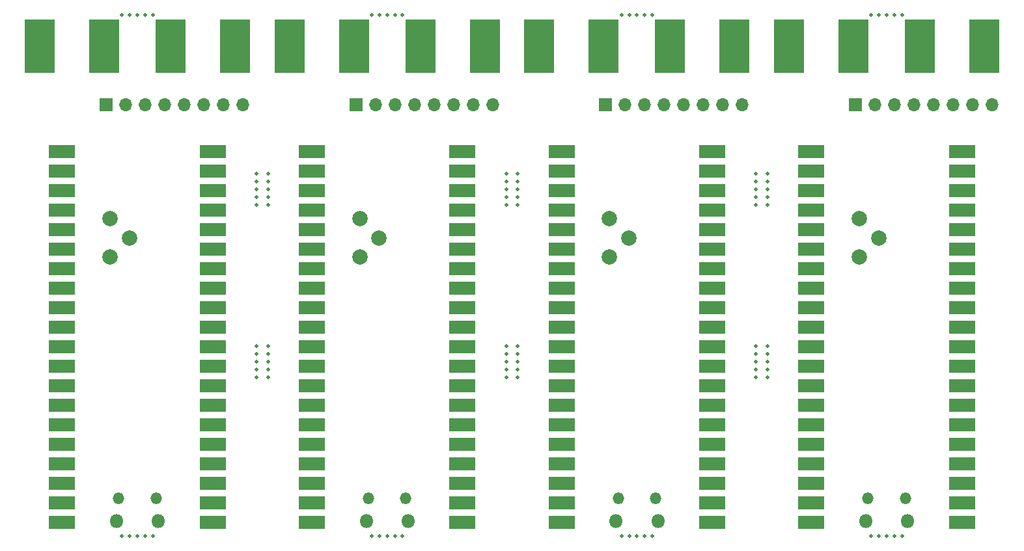
<source format=gts>
G04 #@! TF.GenerationSoftware,KiCad,Pcbnew,7.0.1*
G04 #@! TF.CreationDate,2023-04-19T14:44:16-07:00*
G04 #@! TF.ProjectId,momentum_panel,6d6f6d65-6e74-4756-9d5f-70616e656c2e,A*
G04 #@! TF.SameCoordinates,Original*
G04 #@! TF.FileFunction,Soldermask,Top*
G04 #@! TF.FilePolarity,Negative*
%FSLAX46Y46*%
G04 Gerber Fmt 4.6, Leading zero omitted, Abs format (unit mm)*
G04 Created by KiCad (PCBNEW 7.0.1) date 2023-04-19 14:44:16*
%MOMM*%
%LPD*%
G01*
G04 APERTURE LIST*
%ADD10C,0.500000*%
%ADD11R,4.000000X7.000000*%
%ADD12O,1.800000X1.800000*%
%ADD13O,1.500000X1.500000*%
%ADD14R,3.500000X1.700000*%
%ADD15C,2.000000*%
%ADD16R,1.700000X1.700000*%
%ADD17O,1.700000X1.700000*%
G04 APERTURE END LIST*
D10*
G04 #@! TO.C,REF\u002A\u002A*
X47720000Y-72560000D03*
G04 #@! TD*
G04 #@! TO.C,REF\u002A\u002A*
X46720000Y-4750000D03*
G04 #@! TD*
G04 #@! TO.C,REF\u002A\u002A*
X82200000Y-4750000D03*
G04 #@! TD*
G04 #@! TO.C,REF\u002A\u002A*
X30730000Y-49873333D03*
G04 #@! TD*
G04 #@! TO.C,REF\u002A\u002A*
X32230000Y-25436667D03*
G04 #@! TD*
G04 #@! TO.C,REF\u002A\u002A*
X30730000Y-51873333D03*
G04 #@! TD*
G04 #@! TO.C,REF\u002A\u002A*
X63210000Y-29436667D03*
G04 #@! TD*
G04 #@! TO.C,REF\u002A\u002A*
X63210000Y-48873333D03*
G04 #@! TD*
G04 #@! TO.C,REF\u002A\u002A*
X30730000Y-27436667D03*
G04 #@! TD*
G04 #@! TO.C,REF\u002A\u002A*
X111680000Y-72560000D03*
G04 #@! TD*
G04 #@! TO.C,REF\u002A\u002A*
X63210000Y-49873333D03*
G04 #@! TD*
G04 #@! TO.C,REF\u002A\u002A*
X112680000Y-72560000D03*
G04 #@! TD*
G04 #@! TO.C,REF\u002A\u002A*
X111680000Y-4750000D03*
G04 #@! TD*
G04 #@! TO.C,REF\u002A\u002A*
X45720000Y-72560000D03*
G04 #@! TD*
G04 #@! TO.C,REF\u002A\u002A*
X63210000Y-25436667D03*
G04 #@! TD*
G04 #@! TO.C,REF\u002A\u002A*
X95690000Y-51873333D03*
G04 #@! TD*
G04 #@! TO.C,REF\u002A\u002A*
X32230000Y-27436667D03*
G04 #@! TD*
G04 #@! TO.C,REF\u002A\u002A*
X95690000Y-26436667D03*
G04 #@! TD*
G04 #@! TO.C,REF\u002A\u002A*
X97190000Y-27436667D03*
G04 #@! TD*
G04 #@! TO.C,REF\u002A\u002A*
X30730000Y-47873333D03*
G04 #@! TD*
G04 #@! TO.C,REF\u002A\u002A*
X32230000Y-48873333D03*
G04 #@! TD*
G04 #@! TO.C,REF\u002A\u002A*
X95690000Y-49873333D03*
G04 #@! TD*
G04 #@! TO.C,REF\u002A\u002A*
X49720000Y-72560000D03*
G04 #@! TD*
G04 #@! TO.C,REF\u002A\u002A*
X95690000Y-27436667D03*
G04 #@! TD*
G04 #@! TO.C,REF\u002A\u002A*
X63210000Y-47873333D03*
G04 #@! TD*
D11*
G04 #@! TO.C,J8*
X2540000Y-8810000D03*
G04 #@! TD*
G04 #@! TO.C,J8*
X35020000Y-8810000D03*
G04 #@! TD*
G04 #@! TO.C,J8*
X67500000Y-8810000D03*
G04 #@! TD*
G04 #@! TO.C,J8*
X99980000Y-8810000D03*
G04 #@! TD*
D10*
G04 #@! TO.C,REF\u002A\u002A*
X95690000Y-47873333D03*
G04 #@! TD*
G04 #@! TO.C,REF\u002A\u002A*
X64710000Y-50873333D03*
G04 #@! TD*
G04 #@! TO.C,REF\u002A\u002A*
X97190000Y-25436667D03*
G04 #@! TD*
G04 #@! TO.C,REF\u002A\u002A*
X95690000Y-25436667D03*
G04 #@! TD*
G04 #@! TO.C,REF\u002A\u002A*
X95690000Y-48873333D03*
G04 #@! TD*
G04 #@! TO.C,REF\u002A\u002A*
X97190000Y-48873333D03*
G04 #@! TD*
G04 #@! TO.C,REF\u002A\u002A*
X16240000Y-4750000D03*
G04 #@! TD*
G04 #@! TO.C,REF\u002A\u002A*
X97190000Y-50873333D03*
G04 #@! TD*
G04 #@! TO.C,REF\u002A\u002A*
X113680000Y-72560000D03*
G04 #@! TD*
G04 #@! TO.C,REF\u002A\u002A*
X63210000Y-51873333D03*
G04 #@! TD*
G04 #@! TO.C,REF\u002A\u002A*
X95690000Y-29436667D03*
G04 #@! TD*
G04 #@! TO.C,REF\u002A\u002A*
X95690000Y-28436667D03*
G04 #@! TD*
G04 #@! TO.C,REF\u002A\u002A*
X112680000Y-4750000D03*
G04 #@! TD*
G04 #@! TO.C,REF\u002A\u002A*
X64710000Y-29436667D03*
G04 #@! TD*
G04 #@! TO.C,REF\u002A\u002A*
X64710000Y-48873333D03*
G04 #@! TD*
G04 #@! TO.C,REF\u002A\u002A*
X63210000Y-26436667D03*
G04 #@! TD*
G04 #@! TO.C,REF\u002A\u002A*
X64710000Y-27436667D03*
G04 #@! TD*
G04 #@! TO.C,REF\u002A\u002A*
X14240000Y-4750000D03*
G04 #@! TD*
G04 #@! TO.C,REF\u002A\u002A*
X46720000Y-72560000D03*
G04 #@! TD*
G04 #@! TO.C,REF\u002A\u002A*
X81200000Y-4750000D03*
G04 #@! TD*
G04 #@! TO.C,REF\u002A\u002A*
X32230000Y-29436667D03*
G04 #@! TD*
G04 #@! TO.C,REF\u002A\u002A*
X97190000Y-26436667D03*
G04 #@! TD*
G04 #@! TO.C,REF\u002A\u002A*
X97190000Y-28436667D03*
G04 #@! TD*
G04 #@! TO.C,REF\u002A\u002A*
X113680000Y-4750000D03*
G04 #@! TD*
G04 #@! TO.C,REF\u002A\u002A*
X64710000Y-26436667D03*
G04 #@! TD*
G04 #@! TO.C,REF\u002A\u002A*
X32230000Y-49873333D03*
G04 #@! TD*
G04 #@! TO.C,REF\u002A\u002A*
X95690000Y-50873333D03*
G04 #@! TD*
G04 #@! TO.C,REF\u002A\u002A*
X13240000Y-4750000D03*
G04 #@! TD*
G04 #@! TO.C,REF\u002A\u002A*
X17240000Y-72560000D03*
G04 #@! TD*
G04 #@! TO.C,REF\u002A\u002A*
X97190000Y-47873333D03*
G04 #@! TD*
G04 #@! TO.C,REF\u002A\u002A*
X30730000Y-50873333D03*
G04 #@! TD*
G04 #@! TO.C,REF\u002A\u002A*
X64710000Y-49873333D03*
G04 #@! TD*
G04 #@! TO.C,REF\u002A\u002A*
X48720000Y-4750000D03*
G04 #@! TD*
G04 #@! TO.C,REF\u002A\u002A*
X97190000Y-49873333D03*
G04 #@! TD*
G04 #@! TO.C,REF\u002A\u002A*
X97190000Y-51873333D03*
G04 #@! TD*
G04 #@! TO.C,REF\u002A\u002A*
X13240000Y-72560000D03*
G04 #@! TD*
G04 #@! TO.C,REF\u002A\u002A*
X48720000Y-72560000D03*
G04 #@! TD*
G04 #@! TO.C,REF\u002A\u002A*
X32230000Y-50873333D03*
G04 #@! TD*
G04 #@! TO.C,REF\u002A\u002A*
X32230000Y-51873333D03*
G04 #@! TD*
G04 #@! TO.C,REF\u002A\u002A*
X49720000Y-4750000D03*
G04 #@! TD*
G04 #@! TO.C,REF\u002A\u002A*
X30730000Y-48873333D03*
G04 #@! TD*
G04 #@! TO.C,REF\u002A\u002A*
X30730000Y-25436667D03*
G04 #@! TD*
G04 #@! TO.C,REF\u002A\u002A*
X32230000Y-47873333D03*
G04 #@! TD*
D12*
G04 #@! TO.C,A1*
X50445000Y-70656000D03*
D13*
X50145000Y-67626000D03*
X45295000Y-67626000D03*
D12*
X44995000Y-70656000D03*
D14*
X57510000Y-70786000D03*
X57510000Y-68246000D03*
X57510000Y-65706000D03*
X57510000Y-63166000D03*
X57510000Y-60626000D03*
X57510000Y-58086000D03*
X57510000Y-55546000D03*
X57510000Y-53006000D03*
X57510000Y-50466000D03*
X57510000Y-47926000D03*
X57510000Y-45386000D03*
X57510000Y-42846000D03*
X57510000Y-40306000D03*
X57510000Y-37766000D03*
X57510000Y-35226000D03*
X57510000Y-32686000D03*
X57510000Y-30146000D03*
X57510000Y-27606000D03*
X57510000Y-25066000D03*
X57510000Y-22526000D03*
X37930000Y-22526000D03*
X37930000Y-25066000D03*
X37930000Y-27606000D03*
X37930000Y-30146000D03*
X37930000Y-32686000D03*
X37930000Y-35226000D03*
X37930000Y-37766000D03*
X37930000Y-40306000D03*
X37930000Y-42846000D03*
X37930000Y-45386000D03*
X37930000Y-47926000D03*
X37930000Y-50466000D03*
X37930000Y-53006000D03*
X37930000Y-55546000D03*
X37930000Y-58086000D03*
X37930000Y-60626000D03*
X37930000Y-63166000D03*
X37930000Y-65706000D03*
X37930000Y-68246000D03*
X37930000Y-70786000D03*
G04 #@! TD*
D12*
G04 #@! TO.C,A1*
X17965000Y-70656000D03*
D13*
X17665000Y-67626000D03*
X12815000Y-67626000D03*
D12*
X12515000Y-70656000D03*
D14*
X25030000Y-70786000D03*
X25030000Y-68246000D03*
X25030000Y-65706000D03*
X25030000Y-63166000D03*
X25030000Y-60626000D03*
X25030000Y-58086000D03*
X25030000Y-55546000D03*
X25030000Y-53006000D03*
X25030000Y-50466000D03*
X25030000Y-47926000D03*
X25030000Y-45386000D03*
X25030000Y-42846000D03*
X25030000Y-40306000D03*
X25030000Y-37766000D03*
X25030000Y-35226000D03*
X25030000Y-32686000D03*
X25030000Y-30146000D03*
X25030000Y-27606000D03*
X25030000Y-25066000D03*
X25030000Y-22526000D03*
X5450000Y-22526000D03*
X5450000Y-25066000D03*
X5450000Y-27606000D03*
X5450000Y-30146000D03*
X5450000Y-32686000D03*
X5450000Y-35226000D03*
X5450000Y-37766000D03*
X5450000Y-40306000D03*
X5450000Y-42846000D03*
X5450000Y-45386000D03*
X5450000Y-47926000D03*
X5450000Y-50466000D03*
X5450000Y-53006000D03*
X5450000Y-55546000D03*
X5450000Y-58086000D03*
X5450000Y-60626000D03*
X5450000Y-63166000D03*
X5450000Y-65706000D03*
X5450000Y-68246000D03*
X5450000Y-70786000D03*
G04 #@! TD*
D12*
G04 #@! TO.C,A1*
X115405000Y-70656000D03*
D13*
X115105000Y-67626000D03*
X110255000Y-67626000D03*
D12*
X109955000Y-70656000D03*
D14*
X122470000Y-70786000D03*
X122470000Y-68246000D03*
X122470000Y-65706000D03*
X122470000Y-63166000D03*
X122470000Y-60626000D03*
X122470000Y-58086000D03*
X122470000Y-55546000D03*
X122470000Y-53006000D03*
X122470000Y-50466000D03*
X122470000Y-47926000D03*
X122470000Y-45386000D03*
X122470000Y-42846000D03*
X122470000Y-40306000D03*
X122470000Y-37766000D03*
X122470000Y-35226000D03*
X122470000Y-32686000D03*
X122470000Y-30146000D03*
X122470000Y-27606000D03*
X122470000Y-25066000D03*
X122470000Y-22526000D03*
X102890000Y-22526000D03*
X102890000Y-25066000D03*
X102890000Y-27606000D03*
X102890000Y-30146000D03*
X102890000Y-32686000D03*
X102890000Y-35226000D03*
X102890000Y-37766000D03*
X102890000Y-40306000D03*
X102890000Y-42846000D03*
X102890000Y-45386000D03*
X102890000Y-47926000D03*
X102890000Y-50466000D03*
X102890000Y-53006000D03*
X102890000Y-55546000D03*
X102890000Y-58086000D03*
X102890000Y-60626000D03*
X102890000Y-63166000D03*
X102890000Y-65706000D03*
X102890000Y-68246000D03*
X102890000Y-70786000D03*
G04 #@! TD*
D12*
G04 #@! TO.C,A1*
X82925000Y-70656000D03*
D13*
X82625000Y-67626000D03*
X77775000Y-67626000D03*
D12*
X77475000Y-70656000D03*
D14*
X89990000Y-70786000D03*
X89990000Y-68246000D03*
X89990000Y-65706000D03*
X89990000Y-63166000D03*
X89990000Y-60626000D03*
X89990000Y-58086000D03*
X89990000Y-55546000D03*
X89990000Y-53006000D03*
X89990000Y-50466000D03*
X89990000Y-47926000D03*
X89990000Y-45386000D03*
X89990000Y-42846000D03*
X89990000Y-40306000D03*
X89990000Y-37766000D03*
X89990000Y-35226000D03*
X89990000Y-32686000D03*
X89990000Y-30146000D03*
X89990000Y-27606000D03*
X89990000Y-25066000D03*
X89990000Y-22526000D03*
X70410000Y-22526000D03*
X70410000Y-25066000D03*
X70410000Y-27606000D03*
X70410000Y-30146000D03*
X70410000Y-32686000D03*
X70410000Y-35226000D03*
X70410000Y-37766000D03*
X70410000Y-40306000D03*
X70410000Y-42846000D03*
X70410000Y-45386000D03*
X70410000Y-47926000D03*
X70410000Y-50466000D03*
X70410000Y-53006000D03*
X70410000Y-55546000D03*
X70410000Y-58086000D03*
X70410000Y-60626000D03*
X70410000Y-63166000D03*
X70410000Y-65706000D03*
X70410000Y-68246000D03*
X70410000Y-70786000D03*
G04 #@! TD*
D10*
G04 #@! TO.C,REF\u002A\u002A*
X79200000Y-4750000D03*
G04 #@! TD*
G04 #@! TO.C,REF\u002A\u002A*
X45720000Y-4750000D03*
G04 #@! TD*
G04 #@! TO.C,REF\u002A\u002A*
X114680000Y-4750000D03*
G04 #@! TD*
G04 #@! TO.C,REF\u002A\u002A*
X63210000Y-27436667D03*
G04 #@! TD*
G04 #@! TO.C,REF\u002A\u002A*
X78200000Y-4750000D03*
G04 #@! TD*
G04 #@! TO.C,REF\u002A\u002A*
X114680000Y-72560000D03*
G04 #@! TD*
G04 #@! TO.C,REF\u002A\u002A*
X47720000Y-4750000D03*
G04 #@! TD*
G04 #@! TO.C,REF\u002A\u002A*
X64710000Y-47873333D03*
G04 #@! TD*
D11*
G04 #@! TO.C,J6*
X60420000Y-8810000D03*
G04 #@! TD*
G04 #@! TO.C,J6*
X92900000Y-8810000D03*
G04 #@! TD*
G04 #@! TO.C,J6*
X27940000Y-8810000D03*
G04 #@! TD*
G04 #@! TO.C,J6*
X125380000Y-8810000D03*
G04 #@! TD*
D10*
G04 #@! TO.C,REF\u002A\u002A*
X30730000Y-26436667D03*
G04 #@! TD*
G04 #@! TO.C,REF\u002A\u002A*
X78200000Y-72560000D03*
G04 #@! TD*
G04 #@! TO.C,REF\u002A\u002A*
X110680000Y-72560000D03*
G04 #@! TD*
D11*
G04 #@! TO.C,J7*
X43402000Y-8810000D03*
G04 #@! TD*
G04 #@! TO.C,J7*
X108362000Y-8810000D03*
G04 #@! TD*
G04 #@! TO.C,J7*
X10922000Y-8810000D03*
G04 #@! TD*
G04 #@! TO.C,J7*
X75882000Y-8810000D03*
G04 #@! TD*
D10*
G04 #@! TO.C,REF\u002A\u002A*
X64710000Y-28436667D03*
G04 #@! TD*
G04 #@! TO.C,REF\u002A\u002A*
X14240000Y-72560000D03*
G04 #@! TD*
G04 #@! TO.C,REF\u002A\u002A*
X110680000Y-4750000D03*
G04 #@! TD*
G04 #@! TO.C,REF\u002A\u002A*
X30730000Y-28436667D03*
G04 #@! TD*
G04 #@! TO.C,REF\u002A\u002A*
X63210000Y-28436667D03*
G04 #@! TD*
G04 #@! TO.C,REF\u002A\u002A*
X64710000Y-25436667D03*
G04 #@! TD*
G04 #@! TO.C,REF\u002A\u002A*
X63210000Y-50873333D03*
G04 #@! TD*
G04 #@! TO.C,REF\u002A\u002A*
X80200000Y-72560000D03*
G04 #@! TD*
G04 #@! TO.C,REF\u002A\u002A*
X80200000Y-4750000D03*
G04 #@! TD*
D11*
G04 #@! TO.C,J5*
X116998000Y-8810000D03*
G04 #@! TD*
G04 #@! TO.C,J5*
X84518000Y-8810000D03*
G04 #@! TD*
G04 #@! TO.C,J5*
X52038000Y-8810000D03*
G04 #@! TD*
G04 #@! TO.C,J5*
X19558000Y-8810000D03*
G04 #@! TD*
D10*
G04 #@! TO.C,REF\u002A\u002A*
X79200000Y-72560000D03*
G04 #@! TD*
G04 #@! TO.C,REF\u002A\u002A*
X32230000Y-28436667D03*
G04 #@! TD*
G04 #@! TO.C,REF\u002A\u002A*
X17240000Y-4750000D03*
G04 #@! TD*
G04 #@! TO.C,REF\u002A\u002A*
X30730000Y-29436667D03*
G04 #@! TD*
G04 #@! TO.C,REF\u002A\u002A*
X15240000Y-72560000D03*
G04 #@! TD*
G04 #@! TO.C,REF\u002A\u002A*
X64710000Y-51873333D03*
G04 #@! TD*
G04 #@! TO.C,REF\u002A\u002A*
X97190000Y-29436667D03*
G04 #@! TD*
G04 #@! TO.C,REF\u002A\u002A*
X81200000Y-72560000D03*
G04 #@! TD*
G04 #@! TO.C,REF\u002A\u002A*
X32230000Y-26436667D03*
G04 #@! TD*
G04 #@! TO.C,REF\u002A\u002A*
X16240000Y-72560000D03*
G04 #@! TD*
G04 #@! TO.C,REF\u002A\u002A*
X82200000Y-72560000D03*
G04 #@! TD*
G04 #@! TO.C,REF\u002A\u002A*
X15240000Y-4750000D03*
G04 #@! TD*
D15*
G04 #@! TO.C,A3*
X76652000Y-31284000D03*
X79152000Y-33784000D03*
X76652000Y-36284000D03*
G04 #@! TD*
G04 #@! TO.C,A3*
X11692000Y-31284000D03*
X14192000Y-33784000D03*
X11692000Y-36284000D03*
G04 #@! TD*
G04 #@! TO.C,A3*
X109132000Y-31284000D03*
X111632000Y-33784000D03*
X109132000Y-36284000D03*
G04 #@! TD*
G04 #@! TO.C,A3*
X44172000Y-31284000D03*
X46672000Y-33784000D03*
X44172000Y-36284000D03*
G04 #@! TD*
D16*
G04 #@! TO.C,A2*
X11176000Y-16430000D03*
D17*
X13716000Y-16430000D03*
X16256000Y-16430000D03*
X18796000Y-16430000D03*
X21336000Y-16430000D03*
X23876000Y-16430000D03*
X26416000Y-16430000D03*
X28956000Y-16430000D03*
G04 #@! TD*
D16*
G04 #@! TO.C,A2*
X43656000Y-16430000D03*
D17*
X46196000Y-16430000D03*
X48736000Y-16430000D03*
X51276000Y-16430000D03*
X53816000Y-16430000D03*
X56356000Y-16430000D03*
X58896000Y-16430000D03*
X61436000Y-16430000D03*
G04 #@! TD*
D16*
G04 #@! TO.C,A2*
X76136000Y-16430000D03*
D17*
X78676000Y-16430000D03*
X81216000Y-16430000D03*
X83756000Y-16430000D03*
X86296000Y-16430000D03*
X88836000Y-16430000D03*
X91376000Y-16430000D03*
X93916000Y-16430000D03*
G04 #@! TD*
D16*
G04 #@! TO.C,A2*
X108616000Y-16430000D03*
D17*
X111156000Y-16430000D03*
X113696000Y-16430000D03*
X116236000Y-16430000D03*
X118776000Y-16430000D03*
X121316000Y-16430000D03*
X123856000Y-16430000D03*
X126396000Y-16430000D03*
G04 #@! TD*
M02*

</source>
